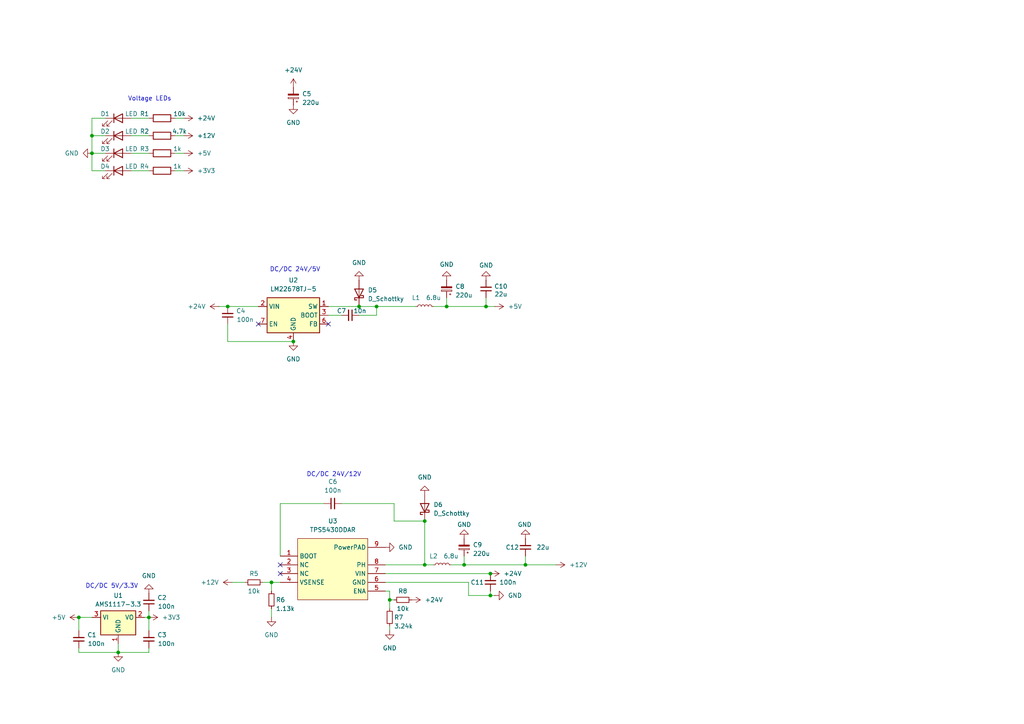
<source format=kicad_sch>
(kicad_sch (version 20250114) (generator "eeschema") (generator_version "9.0")
  (paper "A4")
  (lib_symbols
    (symbol "Device:C_Polarized_Small" (pin_numbers (hide yes)) (pin_names (offset 0.254) (hide yes))
      (property "Reference" "C" (at 0.254 1.778 0))
      (property "Value" "C_Polarized_Small" (at 0.254 -2.032 0))
      (symbol "C_Polarized_Small_0_1"
        (rectangle (start -1.524 0.6858) (end 1.524 0.3048))
        (rectangle (start -1.524 -0.3048) (end 1.524 -0.6858) (fill (type outline)))
        (polyline (pts (xy -1.27 1.524) (xy -0.762 1.524)))
        (polyline (pts (xy -1.016 1.27) (xy -1.016 1.778)))
      )
      (symbol "C_Polarized_Small_1_1"
        (pin passive line (at 0 2.54 270) (length 1.8542) (name "~") (number "1"))
        (pin passive line (at 0 -2.54 90) (length 1.8542) (name "~") (number "2"))
      )
    )
    (symbol "Device:C_Small" (pin_numbers (hide yes)) (pin_names (offset 0.254) (hide yes))
      (property "Reference" "C" (at 0.254 1.778 0))
      (property "Value" "C_Small" (at 0.254 -2.032 0))
      (symbol "C_Small_0_1"
        (polyline (pts (xy -1.524 0.508) (xy 1.524 0.508)) (stroke (width 0.3048)))
        (polyline (pts (xy -1.524 -0.508) (xy 1.524 -0.508)) (stroke (width 0.3302)))
      )
      (symbol "C_Small_1_1"
        (pin passive line (at 0 2.54 270) (length 2.032) (name "~") (number "1"))
        (pin passive line (at 0 -2.54 90) (length 2.032) (name "~") (number "2"))
      )
    )
    (symbol "Device:D_Schottky" (pin_numbers (hide yes)) (pin_names (offset 1.016) (hide yes))
      (property "Reference" "D" (at 0 2.54 0))
      (property "Value" "D_Schottky" (at 0 -2.54 0))
      (symbol "D_Schottky_0_1"
        (polyline (pts (xy -1.905 0.635) (xy -1.905 1.27) (xy -1.27 1.27) (xy -1.27 -1.27) (xy -0.635 -1.27) (xy -0.635 -0.635)) (stroke (width 0.254)))
        (polyline (pts (xy 1.27 1.27) (xy 1.27 -1.27) (xy -1.27 0) (xy 1.27 1.27)) (stroke (width 0.254)))
        (polyline (pts (xy 1.27 0) (xy -1.27 0)))
      )
      (symbol "D_Schottky_1_1"
        (pin passive line (at -3.81 0 0) (length 2.54) (name "K") (number "1"))
        (pin passive line (at 3.81 0 180) (length 2.54) (name "A") (number "2"))
      )
    )
    (symbol "Device:LED" (pin_numbers (hide yes)) (pin_names (offset 1.016) (hide yes))
      (property "Reference" "D" (at 0 2.54 0))
      (property "Value" "LED" (at 0 -2.54 0))
      (symbol "LED_0_1"
        (polyline (pts (xy -3.048 -0.762) (xy -4.572 -2.286) (xy -3.81 -2.286) (xy -4.572 -2.286) (xy -4.572 -1.524)))
        (polyline (pts (xy -1.778 -0.762) (xy -3.302 -2.286) (xy -2.54 -2.286) (xy -3.302 -2.286) (xy -3.302 -1.524)))
        (polyline (pts (xy -1.27 0) (xy 1.27 0)))
        (polyline (pts (xy -1.27 -1.27) (xy -1.27 1.27)) (stroke (width 0.254)))
        (polyline (pts (xy 1.27 -1.27) (xy 1.27 1.27) (xy -1.27 0) (xy 1.27 -1.27)) (stroke (width 0.254)))
      )
      (symbol "LED_1_1"
        (pin passive line (at -3.81 0 0) (length 2.54) (name "K") (number "1"))
        (pin passive line (at 3.81 0 180) (length 2.54) (name "A") (number "2"))
      )
    )
    (symbol "Device:L_Small" (pin_numbers (hide yes)) (pin_names (offset 0.254) (hide yes))
      (property "Reference" "L" (at 0.762 1.016 0))
      (property "Value" "L_Small" (at 0.762 -1.016 0))
      (symbol "L_Small_0_1"
        (arc (start 0 2.032) (mid 0.5058 1.524) (end 0 1.016))
        (arc (start 0 1.016) (mid 0.5058 0.508) (end 0 0))
        (arc (start 0 0) (mid 0.5058 -0.508) (end 0 -1.016))
        (arc (start 0 -1.016) (mid 0.5058 -1.524) (end 0 -2.032))
      )
      (symbol "L_Small_1_1"
        (pin passive line (at 0 2.54 270) (length 0.508) (name "~") (number "1"))
        (pin passive line (at 0 -2.54 90) (length 0.508) (name "~") (number "2"))
      )
    )
    (symbol "Device:R" (pin_numbers (hide yes)) (pin_names (offset 0))
      (property "Reference" "R" (at 2.032 0 90))
      (property "Value" "R" (at 0 0 90))
      (symbol "R_0_1"
        (rectangle (start -1.016 -2.54) (end 1.016 2.54) (stroke (width 0.254)))
      )
      (symbol "R_1_1"
        (pin passive line (at 0 3.81 270) (length 1.27) (name "~") (number "1"))
        (pin passive line (at 0 -3.81 90) (length 1.27) (name "~") (number "2"))
      )
    )
    (symbol "Device:R_Small" (pin_numbers (hide yes)) (pin_names (offset 0.254) (hide yes))
      (property "Reference" "R" (at 0.762 0.508 0))
      (property "Value" "R_Small" (at 0.762 -1.016 0))
      (symbol "R_Small_0_1"
        (rectangle (start -0.762 1.778) (end 0.762 -1.778) (stroke (width 0.2032)))
      )
      (symbol "R_Small_1_1"
        (pin passive line (at 0 2.54 270) (length 0.762) (name "~") (number "1"))
        (pin passive line (at 0 -2.54 90) (length 0.762) (name "~") (number "2"))
      )
    )
    (symbol "Regulator_Linear:AMS1117-3.3"
      (property "Reference" "U" (at -3.81 3.175 0))
      (property "Value" "AMS1117-3.3" (at 0 3.175 0))
      (symbol "AMS1117-3.3_0_1"
        (rectangle (start -5.08 -5.08) (end 5.08 1.905) (stroke (width 0.254)) (fill (type background)))
      )
      (symbol "AMS1117-3.3_1_1"
        (pin power_in line (at -7.62 0 0) (length 2.54) (name "VI") (number "3"))
        (pin power_in line (at 0 -7.62 90) (length 2.54) (name "GND") (number "1"))
        (pin power_out line (at 7.62 0 180) (length 2.54) (name "VO") (number "2"))
      )
    )
    (symbol "Regulator_Switching:LM22678TJ-5"
      (property "Reference" "U" (at -6.35 6.35 0))
      (property "Value" "LM22678TJ-5" (at 5.08 6.35 0))
      (symbol "LM22678TJ-5_0_1"
        (rectangle (start -7.62 5.08) (end 7.62 -5.08) (stroke (width 0.254)) (fill (type background)))
      )
      (symbol "LM22678TJ-5_1_1"
        (pin power_in line (at -10.16 2.54 0) (length 2.54) (name "VIN") (number "2"))
        (pin input line (at -10.16 -2.54 0) (length 2.54) (name "EN") (number "7"))
        (pin no_connect line (at -7.62 0 0) (length 2.54) (hide yes) (name "NC") (number "5"))
        (pin power_in line (at 0 -7.62 90) (length 2.54) (name "GND") (number "4"))
        (pin passive line (at 0 -7.62 90) (length 2.54) (hide yes) (name "GND") (number "8"))
        (pin power_out line (at 10.16 2.54 180) (length 2.54) (name "SW") (number "1"))
        (pin passive line (at 10.16 0 180) (length 2.54) (name "BOOT") (number "3"))
        (pin input line (at 10.16 -2.54 180) (length 2.54) (name "FB") (number "6"))
      )
    )
    (symbol "easyeda2kicad:TPS5430DDAR"
      (property "Reference" "U" (at 0 11.43 0))
      (property "Value" "TPS5430DDAR" (at 0 -11.43 0))
      (symbol "TPS5430DDAR_0_1"
        (rectangle (start -10.16 8.89) (end 10.16 -8.89) (fill (type background)))
        (pin unspecified line (at -15.24 3.81 0) (length 5.08) (name "BOOT") (number "1"))
        (pin unspecified line (at -15.24 1.27 0) (length 5.08) (name "NC") (number "2"))
        (pin unspecified line (at -15.24 -1.27 0) (length 5.08) (name "NC") (number "3"))
        (pin unspecified line (at -15.24 -3.81 0) (length 5.08) (name "VSENSE") (number "4"))
        (pin unspecified line (at 15.24 6.35 180) (length 5.08) (name "PowerPAD") (number "9"))
        (pin unspecified line (at 15.24 1.27 180) (length 5.08) (name "PH") (number "8"))
        (pin unspecified line (at 15.24 -1.27 180) (length 5.08) (name "VIN") (number "7"))
        (pin unspecified line (at 15.24 -3.81 180) (length 5.08) (name "GND") (number "6"))
        (pin unspecified line (at 15.24 -6.35 180) (length 5.08) (name "ENA") (number "5"))
      )
    )
    (symbol "power:+24V" (power) (pin_numbers (hide yes)) (pin_names (offset 0) (hide yes))
      (property "Value" "+24V" (at 0 3.556 0))
      (symbol "+24V_0_1"
        (polyline (pts (xy -0.762 1.27) (xy 0 2.54)))
        (polyline (pts (xy 0 2.54) (xy 0.762 1.27)))
        (polyline (pts (xy 0 0) (xy 0 2.54)))
      )
      (symbol "+24V_1_1"
        (pin power_in line (at 0 0 90) (length 0) (name "~") (number "1"))
      )
    )
    (symbol "power:+3V3" (power) (pin_numbers (hide yes)) (pin_names (offset 0) (hide yes))
      (property "Value" "+3V3" (at 0 3.556 0))
      (symbol "+3V3_0_1"
        (polyline (pts (xy -0.762 1.27) (xy 0 2.54)))
        (polyline (pts (xy 0 2.54) (xy 0.762 1.27)))
        (polyline (pts (xy 0 0) (xy 0 2.54)))
      )
      (symbol "+3V3_1_1"
        (pin power_in line (at 0 0 90) (length 0) (name "~") (number "1"))
      )
    )
    (symbol "power:+5V" (power) (pin_numbers (hide yes)) (pin_names (offset 0) (hide yes))
      (property "Value" "+5V" (at 0 3.556 0))
      (symbol "+5V_0_1"
        (polyline (pts (xy -0.762 1.27) (xy 0 2.54)))
        (polyline (pts (xy 0 2.54) (xy 0.762 1.27)))
        (polyline (pts (xy 0 0) (xy 0 2.54)))
      )
      (symbol "+5V_1_1"
        (pin power_in line (at 0 0 90) (length 0) (name "~") (number "1"))
      )
    )
    (symbol "power:GND" (power) (pin_numbers (hide yes)) (pin_names (offset 0) (hide yes))
      (property "Value" "GND" (at 0 -3.81 0))
      (symbol "GND_0_1"
        (polyline (pts (xy 0 0) (xy 0 -1.27) (xy 1.27 -1.27) (xy 0 -2.54) (xy -1.27 -1.27) (xy 0 -1.27)))
      )
      (symbol "GND_1_1"
        (pin power_in line (at 0 0 270) (length 0) (name "~") (number "1"))
      )
    )
  )
  (text "DC/DC 24V/5V" (at 78.232 78.994 0) (effects (font (size 1.27 1.27)) (justify left bottom)))
  (text "Voltage LEDs" (at 37.084 29.464 0) (effects (font (size 1.27 1.27)) (justify left bottom)))
  (text "DC/DC 5V/3.3V" (at 24.765 170.815 0) (effects (font (size 1.27 1.27)) (justify left bottom)))
  (text "DC/DC 24V/12V" (at 88.9 138.43 0) (effects (font (size 1.27 1.27)) (justify left bottom)))
  (junction (at 22.86 179.07))
  (junction (at 142.24 172.72))
  (junction (at 123.19 151.13))
  (junction (at 26.67 39.37))
  (junction (at 66.04 88.9))
  (junction (at 34.29 189.23))
  (junction (at 129.54 88.9))
  (junction (at 85.09 99.06))
  (junction (at 104.14 88.9))
  (junction (at 134.62 163.83))
  (junction (at 109.22 88.9))
  (junction (at 142.24 166.37))
  (junction (at 78.74 168.91))
  (junction (at 140.97 88.9))
  (junction (at 26.67 44.45))
  (junction (at 43.18 179.07))
  (junction (at 123.19 163.83))
  (junction (at 152.4 163.83))
  (junction (at 113.03 173.99))
  (no_connect (at 81.28 163.83))
  (no_connect (at 74.93 93.98))
  (no_connect (at 95.25 93.98))
  (no_connect (at 81.28 166.37))
  (wire (pts (xy 53.34 34.29) (xy 50.8 34.29)))
  (wire (pts (xy 111.76 171.45) (xy 113.03 171.45)))
  (wire (pts (xy 78.74 176.53) (xy 78.74 179.07)))
  (wire (pts (xy 123.19 163.83) (xy 125.73 163.83)))
  (wire (pts (xy 67.31 168.91) (xy 71.12 168.91)))
  (wire (pts (xy 129.54 86.36) (xy 129.54 88.9)))
  (wire (pts (xy 26.67 49.53) (xy 30.48 49.53)))
  (wire (pts (xy 134.62 161.29) (xy 134.62 163.83)))
  (wire (pts (xy 123.19 151.13) (xy 123.19 163.83)))
  (wire (pts (xy 38.1 44.45) (xy 43.18 44.45)))
  (wire (pts (xy 26.67 34.29) (xy 26.67 39.37)))
  (wire (pts (xy 129.54 88.9) (xy 125.73 88.9)))
  (wire (pts (xy 38.1 39.37) (xy 43.18 39.37)))
  (wire (pts (xy 78.74 168.91) (xy 78.74 171.45)))
  (wire (pts (xy 140.97 86.36) (xy 140.97 88.9)))
  (wire (pts (xy 22.86 179.07) (xy 26.67 179.07)))
  (wire (pts (xy 95.25 88.9) (xy 104.14 88.9)))
  (wire (pts (xy 130.81 163.83) (xy 134.62 163.83)))
  (wire (pts (xy 50.8 49.53) (xy 53.34 49.53)))
  (wire (pts (xy 123.19 163.83) (xy 111.76 163.83)))
  (wire (pts (xy 78.74 168.91) (xy 81.28 168.91)))
  (wire (pts (xy 66.04 93.98) (xy 66.04 99.06)))
  (wire (pts (xy 22.86 189.23) (xy 34.29 189.23)))
  (wire (pts (xy 22.86 187.96) (xy 22.86 189.23)))
  (wire (pts (xy 143.51 88.9) (xy 140.97 88.9)))
  (wire (pts (xy 113.03 173.99) (xy 114.3 173.99)))
  (wire (pts (xy 135.89 172.72) (xy 142.24 172.72)))
  (wire (pts (xy 66.04 99.06) (xy 85.09 99.06)))
  (wire (pts (xy 95.25 91.44) (xy 99.06 91.44)))
  (wire (pts (xy 22.86 179.07) (xy 22.86 182.88)))
  (wire (pts (xy 152.4 163.83) (xy 161.29 163.83)))
  (wire (pts (xy 30.48 34.29) (xy 26.67 34.29)))
  (wire (pts (xy 109.22 88.9) (xy 120.65 88.9)))
  (wire (pts (xy 26.67 39.37) (xy 26.67 44.45)))
  (wire (pts (xy 111.76 166.37) (xy 142.24 166.37)))
  (wire (pts (xy 26.67 44.45) (xy 26.67 49.53)))
  (wire (pts (xy 114.3 146.05) (xy 114.3 151.13)))
  (wire (pts (xy 43.18 182.88) (xy 43.18 179.07)))
  (wire (pts (xy 66.04 88.9) (xy 74.93 88.9)))
  (wire (pts (xy 81.28 146.05) (xy 93.98 146.05)))
  (wire (pts (xy 104.14 91.44) (xy 109.22 91.44)))
  (wire (pts (xy 63.5 88.9) (xy 66.04 88.9)))
  (wire (pts (xy 76.2 168.91) (xy 78.74 168.91)))
  (wire (pts (xy 135.89 168.91) (xy 135.89 172.72)))
  (wire (pts (xy 38.1 49.53) (xy 43.18 49.53)))
  (wire (pts (xy 134.62 163.83) (xy 152.4 163.83)))
  (wire (pts (xy 111.76 168.91) (xy 135.89 168.91)))
  (wire (pts (xy 26.67 44.45) (xy 30.48 44.45)))
  (wire (pts (xy 152.4 161.29) (xy 152.4 163.83)))
  (wire (pts (xy 34.29 186.69) (xy 34.29 189.23)))
  (wire (pts (xy 104.14 88.9) (xy 109.22 88.9)))
  (wire (pts (xy 99.06 146.05) (xy 114.3 146.05)))
  (wire (pts (xy 142.24 171.45) (xy 142.24 172.72)))
  (wire (pts (xy 142.24 172.72) (xy 143.51 172.72)))
  (wire (pts (xy 113.03 171.45) (xy 113.03 173.99)))
  (wire (pts (xy 38.1 34.29) (xy 43.18 34.29)))
  (wire (pts (xy 30.48 39.37) (xy 26.67 39.37)))
  (wire (pts (xy 34.29 189.23) (xy 43.18 189.23)))
  (wire (pts (xy 53.34 44.45) (xy 50.8 44.45)))
  (wire (pts (xy 43.18 189.23) (xy 43.18 187.96)))
  (wire (pts (xy 114.3 151.13) (xy 123.19 151.13)))
  (wire (pts (xy 53.34 39.37) (xy 50.8 39.37)))
  (wire (pts (xy 81.28 161.29) (xy 81.28 146.05)))
  (wire (pts (xy 43.18 177.165) (xy 43.18 179.07)))
  (wire (pts (xy 109.22 91.44) (xy 109.22 88.9)))
  (wire (pts (xy 113.03 181.61) (xy 113.03 182.88)))
  (wire (pts (xy 113.03 173.99) (xy 113.03 176.53)))
  (wire (pts (xy 140.97 88.9) (xy 129.54 88.9)))
  (wire (pts (xy 43.18 179.07) (xy 41.91 179.07)))
  (symbol (lib_id "power:+5V") (at 143.51 88.9 270) (unit 1)
    (property "Reference" "#PWR025" (effects (hide yes)))
    (property "Value" "+5V" (at 147.32 88.8999 90) (effects (justify left)))
    (property "Description" "Power symbol creates a global label with name \"+5V\"" (effects (hide yes)))
  )
  (symbol (lib_id "Device:C_Small") (at 96.52 146.05 90) (unit 1)
    (property "Reference" "C6" (at 96.5263 139.7 90))
    (property "Value" "100n" (at 96.5263 142.24 90))
    (property "Footprint" "Capacitor_SMD:C_0402_1005Metric" (effects (hide yes)))
    (property "Description" "Unpolarized capacitor, small symbol" (effects (hide yes)))
  )
  (symbol (lib_id "Device:R_Small") (at 113.03 179.07 0) (unit 1)
    (property "Reference" "R7" (at 114.3 179.07 0) (effects (justify left)))
    (property "Value" "3.24k" (at 114.3 181.61 0) (effects (justify left)))
    (property "Footprint" "Resistor_SMD:R_0402_1005Metric" (effects (hide yes)))
    (property "Description" "Resistor, small symbol" (effects (hide yes)))
  )
  (symbol (lib_id "Device:C_Small") (at 140.97 83.82 180) (unit 1)
    (property "Reference" "C10" (at 145.288 83.058 0))
    (property "Value" "22u" (at 145.288 85.344 0))
    (property "Footprint" "Capacitor_SMD:C_0402_1005Metric" (effects (hide yes)))
    (property "Description" "Unpolarized capacitor, small symbol" (effects (hide yes)))
  )
  (symbol (lib_id "power:GND") (at 26.67 44.45 270) (unit 1)
    (property "Reference" "#PWR02" (effects (hide yes)))
    (property "Value" "GND" (at 22.86 44.45 90) (effects (justify right)))
    (property "Description" "Power symbol creates a global label with name \"GND\" , ground" (effects (hide yes)))
  )
  (symbol (lib_id "power:GND") (at 43.18 172.085 180) (unit 1)
    (property "Reference" "#PWR04" (effects (hide yes)))
    (property "Value" "GND" (at 43.18 167.005 0))
    (property "Description" "Power symbol creates a global label with name \"GND\" , ground" (effects (hide yes)))
  )
  (symbol (lib_id "Device:C_Small") (at 43.18 185.42 180) (unit 1)
    (property "Reference" "C3" (at 46.99 184.15 0))
    (property "Value" "100n" (at 48.26 186.69 0))
    (property "Footprint" "Capacitor_SMD:C_0402_1005Metric" (effects (hide yes)))
    (property "Description" "Unpolarized capacitor, small symbol" (effects (hide yes)))
  )
  (symbol (lib_id "Device:R_Small") (at 116.84 173.99 90) (unit 1)
    (property "Reference" "R8" (at 116.84 171.45 90))
    (property "Value" "10k" (at 116.84 176.53 90))
    (property "Footprint" "Resistor_SMD:R_0402_1005Metric" (effects (hide yes)))
    (property "Description" "Resistor, small symbol" (effects (hide yes)))
  )
  (symbol (lib_id "easyeda2kicad:TPS5430DDAR") (at 96.52 165.1 0) (unit 1)
    (property "Reference" "U3" (at 96.52 151.13 0))
    (property "Value" "TPS5430DDAR" (at 96.52 153.67 0))
    (property "Footprint" "Package_SO:Texas_HSOP-8-1EP_3.9x4.9mm_P1.27mm_ThermalVias" (effects (hide yes)))
    (property "Datasheet" "https://lcsc.com/product-detail/DC-DC-Converters_TI_TPS5430DDAR_TPS5430DDAR_C9864.html" (effects (hide yes)))
    (property "LCSC Part" "C9864" (effects (hide yes)))
  )
  (symbol (lib_id "power:GND") (at 104.14 81.28 180) (unit 1)
    (property "Reference" "#PWR016" (effects (hide yes)))
    (property "Value" "GND" (at 104.14 76.2 0))
    (property "Description" "Power symbol creates a global label with name \"GND\" , ground" (effects (hide yes)))
  )
  (symbol (lib_id "power:GND") (at 78.74 179.07 0) (unit 1)
    (property "Reference" "#PWR012" (effects (hide yes)))
    (property "Value" "GND" (at 78.74 184.15 0))
    (property "Description" "Power symbol creates a global label with name \"GND\" , ground" (effects (hide yes)))
  )
  (symbol (lib_id "Regulator_Switching:LM22678TJ-5") (at 85.09 91.44 0) (unit 1)
    (property "Reference" "U2" (at 85.09 81.28 0))
    (property "Value" "LM22678TJ-5" (at 85.09 83.82 0))
    (property "Footprint" "Package_TO_SOT_SMD:TO-263-7_TabPin8" (effects (hide yes)))
    (property "Datasheet" "https://www.ti.com/lit/ds/symlink/lm22678.pdf" (effects (hide yes)))
    (property "Description" "5A Step-Down Switching Voltage Regulater, 4.5-42V Input, 5V Output, 500kHz Switching Frequency, TO-263" (effects (hide yes)))
    (property "LCSC_ID" "C527397" (effects (hide yes)))
  )
  (symbol (lib_id "power:+24V") (at 119.38 173.99 270) (unit 1)
    (property "Reference" "#PWR019" (effects (hide yes)))
    (property "Value" "+24V" (at 123.19 173.9899 90) (effects (justify left)))
    (property "Description" "Power symbol creates a global label with name \"+24V\"" (effects (hide yes)))
  )
  (symbol (lib_id "power:+5V") (at 22.86 179.07 90) (unit 1)
    (property "Reference" "#PWR01" (effects (hide yes)))
    (property "Value" "+5V" (at 19.05 179.07 90) (effects (justify left)))
    (property "Description" "Power symbol creates a global label with name \"+5V\"" (effects (hide yes)))
  )
  (symbol (lib_id "power:+24V") (at 85.09 25.4 0) (unit 1)
    (property "Reference" "#PWR013" (effects (hide yes)))
    (property "Value" "+24V" (at 85.09 20.32 0))
    (property "Description" "Power symbol creates a global label with name \"+24V\"" (effects (hide yes)))
  )
  (symbol (lib_id "Device:LED") (at 34.29 39.37 0) (unit 1)
    (property "Reference" "D2" (at 30.48 38.1 0))
    (property "Value" "LED" (at 38.1 38.1 0))
    (property "Footprint" "LED_SMD:LED_0603_1608Metric" (effects (hide yes)))
    (property "Description" "Light emitting diode" (effects (hide yes)))
  )
  (symbol (lib_id "power:GND") (at 34.29 189.23 0) (unit 1)
    (property "Reference" "#PWR03" (effects (hide yes)))
    (property "Value" "GND" (at 34.29 194.31 0))
    (property "Description" "Power symbol creates a global label with name \"GND\" , ground" (effects (hide yes)))
  )
  (symbol (lib_id "Device:C_Small") (at 66.04 91.44 180) (unit 1)
    (property "Reference" "C4" (at 69.85 90.17 0))
    (property "Value" "100n" (at 71.12 92.71 0))
    (property "Footprint" "Capacitor_SMD:C_0402_1005Metric" (effects (hide yes)))
    (property "Description" "Unpolarized capacitor, small symbol" (effects (hide yes)))
  )
  (symbol (lib_id "power:GND") (at 85.09 99.06 0) (unit 1)
    (property "Reference" "#PWR015" (effects (hide yes)))
    (property "Value" "GND" (at 85.09 104.14 0))
    (property "Description" "Power symbol creates a global label with name \"GND\" , ground" (effects (hide yes)))
  )
  (symbol (lib_id "Device:C_Small") (at 43.18 174.625 180) (unit 1)
    (property "Reference" "C2" (at 46.99 173.355 0))
    (property "Value" "100n" (at 48.26 175.895 0))
    (property "Footprint" "Capacitor_SMD:C_0402_1005Metric" (effects (hide yes)))
    (property "Description" "Unpolarized capacitor, small symbol" (effects (hide yes)))
  )
  (symbol (lib_id "Device:R") (at 46.99 39.37 90) (unit 1)
    (property "Reference" "R2" (at 41.91 38.1 90))
    (property "Value" "4.7k" (at 52.07 38.1 90))
    (property "Footprint" "Resistor_SMD:R_0402_1005Metric" (effects (hide yes)))
    (property "Description" "Resistor" (effects (hide yes)))
  )
  (symbol (lib_id "power:+3V3") (at 43.18 179.07 270) (unit 1)
    (property "Reference" "#PWR05" (effects (hide yes)))
    (property "Value" "+3V3" (at 46.99 179.07 90) (effects (justify left)))
    (property "Description" "Power symbol creates a global label with name \"+3V3\"" (effects (hide yes)))
  )
  (symbol (lib_id "power:GND") (at 129.54 81.28 180) (unit 1)
    (property "Reference" "#PWR021" (effects (hide yes)))
    (property "Value" "GND" (at 127.508 76.708 0) (effects (justify right)))
    (property "Description" "Power symbol creates a global label with name \"GND\" , ground" (effects (hide yes)))
  )
  (symbol (lib_id "Device:L_Small") (at 128.27 163.83 90) (unit 1)
    (property "Reference" "L2" (at 125.73 161.29 90))
    (property "Value" "6.8u" (at 130.81 161.29 90))
    (property "Footprint" "Inductor_SMD:L_Changjiang_FXL0630" (effects (hide yes)))
    (property "Description" "Inductor, small symbol" (effects (hide yes)))
    (property "LCSC_ID" "C167221" (effects (hide yes)))
  )
  (symbol (lib_id "Device:L_Small") (at 123.19 88.9 90) (unit 1)
    (property "Reference" "L1" (at 120.65 86.36 90))
    (property "Value" "6.8u" (at 125.73 86.36 90))
    (property "Footprint" "Inductor_SMD:L_Changjiang_FXL0630" (effects (hide yes)))
    (property "Description" "Inductor, small symbol" (effects (hide yes)))
    (property "LCSC_ID" "C167221" (effects (hide yes)))
  )
  (symbol (lib_id "power:GND") (at 140.97 81.28 180) (unit 1)
    (property "Reference" "#PWR023" (effects (hide yes)))
    (property "Value" "GND" (at 138.938 76.962 0) (effects (justify right)))
    (property "Description" "Power symbol creates a global label with name \"GND\" , ground" (effects (hide yes)))
  )
  (symbol (lib_id "Device:R_Small") (at 73.66 168.91 90) (unit 1)
    (property "Reference" "R5" (at 73.66 166.37 90))
    (property "Value" "10k" (at 73.66 171.45 90))
    (property "Footprint" "Resistor_SMD:R_0402_1005Metric" (effects (hide yes)))
    (property "Description" "Resistor, small symbol" (effects (hide yes)))
  )
  (symbol (lib_id "Device:LED") (at 34.29 34.29 0) (unit 1)
    (property "Reference" "D1" (at 30.48 33.02 0))
    (property "Value" "LED" (at 38.1 33.02 0))
    (property "Footprint" "LED_SMD:LED_0603_1608Metric" (effects (hide yes)))
    (property "Description" "Light emitting diode" (effects (hide yes)))
  )
  (symbol (lib_id "Device:C_Small") (at 101.6 91.44 270) (unit 1)
    (property "Reference" "C7" (at 99.06 90.17 90))
    (property "Value" "10n" (at 104.394 90.17 90))
    (property "Footprint" "Capacitor_SMD:C_0402_1005Metric" (effects (hide yes)))
    (property "Description" "Unpolarized capacitor, small symbol" (effects (hide yes)))
  )
  (symbol (lib_id "Device:LED") (at 34.29 49.53 0) (unit 1)
    (property "Reference" "D4" (at 30.48 48.26 0))
    (property "Value" "LED" (at 38.1 48.26 0))
    (property "Footprint" "LED_SMD:LED_0603_1608Metric" (effects (hide yes)))
    (property "Description" "Light emitting diode" (effects (hide yes)))
  )
  (symbol (lib_id "Device:LED") (at 34.29 44.45 0) (unit 1)
    (property "Reference" "D3" (at 30.48 43.18 0))
    (property "Value" "LED" (at 38.1 43.18 0))
    (property "Footprint" "LED_SMD:LED_0603_1608Metric" (effects (hide yes)))
    (property "Description" "Light emitting diode" (effects (hide yes)))
  )
  (symbol (lib_id "Device:C_Small") (at 22.86 185.42 180) (unit 1)
    (property "Reference" "C1" (at 26.67 184.15 0))
    (property "Value" "100n" (at 27.94 186.69 0))
    (property "Footprint" "Capacitor_SMD:C_0402_1005Metric" (effects (hide yes)))
    (property "Description" "Unpolarized capacitor, small symbol" (effects (hide yes)))
  )
  (symbol (lib_id "Device:D_Schottky") (at 104.14 85.09 90) (unit 1)
    (property "Reference" "D5" (at 106.68 84.1374 90) (effects (justify right)))
    (property "Value" "D_Schottky" (at 106.68 86.6774 90) (effects (justify right)))
    (property "Footprint" "Diode_SMD:D_SMA" (effects (hide yes)))
    (property "Description" "Schottky diode" (effects (hide yes)))
  )
  (symbol (lib_id "power:GND") (at 85.09 30.48 0) (unit 1)
    (property "Reference" "#PWR014" (effects (hide yes)))
    (property "Value" "GND" (at 85.09 35.56 0))
    (property "Description" "Power symbol creates a global label with name \"GND\" , ground" (effects (hide yes)))
  )
  (symbol (lib_id "Device:R") (at 46.99 34.29 90) (unit 1)
    (property "Reference" "R1" (at 41.91 33.02 90))
    (property "Value" "10k" (at 52.07 33.02 90))
    (property "Footprint" "Resistor_SMD:R_0402_1005Metric" (effects (hide yes)))
    (property "Description" "Resistor" (effects (hide yes)))
  )
  (symbol (lib_id "power:GND") (at 123.19 143.51 180) (unit 1)
    (property "Reference" "#PWR020" (effects (hide yes)))
    (property "Value" "GND" (at 123.19 138.43 0))
    (property "Description" "Power symbol creates a global label with name \"GND\" , ground" (effects (hide yes)))
  )
  (symbol (lib_id "power:+5V") (at 67.31 168.91 90) (unit 1)
    (property "Reference" "#PWR011" (effects (hide yes)))
    (property "Value" "+12V" (at 63.5 168.9099 90) (effects (justify left)))
    (property "Description" "Power symbol creates a global label with name \"+5V\"" (effects (hide yes)))
  )
  (symbol (lib_id "Device:C_Polarized_Small") (at 134.62 158.75 180) (unit 1)
    (property "Reference" "C9" (at 137.16 158.0261 0) (effects (justify right)))
    (property "Value" "220u" (at 137.16 160.5661 0) (effects (justify right)))
    (property "Footprint" "Capacitor_SMD:CP_Elec_6.3x5.8" (effects (hide yes)))
    (property "Description" "Polarized capacitor, small symbol" (effects (hide yes)))
  )
  (symbol (lib_id "Device:C_Small") (at 142.24 168.91 180) (unit 1)
    (property "Reference" "C11" (at 138.43 168.91 0))
    (property "Value" "100n" (at 147.32 168.91 0))
    (property "Footprint" "Capacitor_SMD:C_0402_1005Metric" (effects (hide yes)))
    (property "Description" "Unpolarized capacitor, small symbol" (effects (hide yes)))
  )
  (symbol (lib_id "power:+24V") (at 63.5 88.9 90) (unit 1)
    (property "Reference" "#PWR010" (effects (hide yes)))
    (property "Value" "+24V" (at 59.69 88.8999 90) (effects (justify left)))
    (property "Description" "Power symbol creates a global label with name \"+24V\"" (effects (hide yes)))
  )
  (symbol (lib_id "power:+24V") (at 142.24 166.37 270) (unit 1)
    (property "Reference" "#PWR024" (effects (hide yes)))
    (property "Value" "+24V" (at 146.05 166.3699 90) (effects (justify left)))
    (property "Description" "Power symbol creates a global label with name \"+24V\"" (effects (hide yes)))
  )
  (symbol (lib_id "power:GND") (at 143.51 172.72 90) (unit 1)
    (property "Reference" "#PWR026" (effects (hide yes)))
    (property "Value" "GND" (at 147.32 172.72 90) (effects (justify right)))
    (property "Description" "Power symbol creates a global label with name \"GND\" , ground" (effects (hide yes)))
  )
  (symbol (lib_id "Device:C_Polarized_Small") (at 85.09 27.94 180) (unit 1)
    (property "Reference" "C5" (at 87.63 27.2161 0) (effects (justify right)))
    (property "Value" "220u" (at 87.63 29.7561 0) (effects (justify right)))
    (property "Footprint" "Capacitor_SMD:CP_Elec_6.3x5.8" (effects (hide yes)))
    (property "Description" "Polarized capacitor, small symbol" (effects (hide yes)))
  )
  (symbol (lib_id "Device:D_Schottky") (at 123.19 147.32 90) (unit 1)
    (property "Reference" "D6" (at 125.73 146.3675 90) (effects (justify right)))
    (property "Value" "D_Schottky" (at 125.73 148.9075 90) (effects (justify right)))
    (property "Footprint" "Diode_SMD:D_SMA" (effects (hide yes)))
    (property "Description" "Schottky diode" (effects (hide yes)))
  )
  (symbol (lib_id "Regulator_Linear:AMS1117-3.3") (at 34.29 179.07 0) (unit 1)
    (property "Reference" "U1" (at 34.29 172.72 0))
    (property "Value" "AMS1117-3.3" (at 34.29 175.26 0))
    (property "Footprint" "Package_TO_SOT_SMD:SOT-223-3_TabPin2" (effects (hide yes)))
    (property "Datasheet" "http://www.advanced-monolithic.com/pdf/ds1117.pdf" (effects (hide yes)))
    (property "Description" "1A Low Dropout regulator, positive, 3.3V fixed output, SOT-223" (effects (hide yes)))
  )
  (symbol (lib_id "power:GND") (at 152.4 156.21 180) (unit 1)
    (property "Reference" "#PWR027" (effects (hide yes)))
    (property "Value" "GND" (at 150.114 152.146 0) (effects (justify right)))
    (property "Description" "Power symbol creates a global label with name \"GND\" , ground" (effects (hide yes)))
  )
  (symbol (lib_id "power:+5V") (at 161.29 163.83 270) (unit 1)
    (property "Reference" "#PWR028" (effects (hide yes)))
    (property "Value" "+12V" (at 165.1 163.8299 90) (effects (justify left)))
    (property "Description" "Power symbol creates a global label with name \"+5V\"" (effects (hide yes)))
  )
  (symbol (lib_id "power:GND") (at 113.03 182.88 0) (unit 1)
    (property "Reference" "#PWR018" (effects (hide yes)))
    (property "Value" "GND" (at 113.03 187.96 0))
    (property "Description" "Power symbol creates a global label with name \"GND\" , ground" (effects (hide yes)))
  )
  (symbol (lib_id "Device:C_Small") (at 152.4 158.75 180) (unit 1)
    (property "Reference" "C12" (at 148.59 158.75 0))
    (property "Value" "22u" (at 157.48 158.75 0))
    (property "Footprint" "Capacitor_SMD:C_0402_1005Metric" (effects (hide yes)))
    (property "Description" "Unpolarized capacitor, small symbol" (effects (hide yes)))
  )
  (symbol (lib_id "Device:R") (at 46.99 44.45 90) (unit 1)
    (property "Reference" "R3" (at 41.91 43.18 90))
    (property "Value" "1k" (at 51.435 43.18 90))
    (property "Footprint" "Resistor_SMD:R_0402_1005Metric" (effects (hide yes)))
    (property "Description" "Resistor" (effects (hide yes)))
  )
  (symbol (lib_id "Device:R") (at 46.99 49.53 90) (unit 1)
    (property "Reference" "R4" (at 41.91 48.26 90))
    (property "Value" "1k" (at 51.435 48.26 90))
    (property "Footprint" "Resistor_SMD:R_0402_1005Metric" (effects (hide yes)))
    (property "Description" "Resistor" (effects (hide yes)))
  )
  (symbol (lib_id "power:+24V") (at 53.34 39.37 270) (unit 1)
    (property "Reference" "#PWR07" (effects (hide yes)))
    (property "Value" "+12V" (at 57.15 39.3699 90) (effects (justify left)))
    (property "Description" "Power symbol creates a global label with name \"+24V\"" (effects (hide yes)))
  )
  (symbol (lib_id "power:+3V3") (at 53.34 49.53 270) (unit 1)
    (property "Reference" "#PWR09" (effects (hide yes)))
    (property "Value" "+3V3" (at 57.15 49.53 90) (effects (justify left)))
    (property "Description" "Power symbol creates a global label with name \"+3V3\"" (effects (hide yes)))
  )
  (symbol (lib_id "power:GND") (at 134.62 156.21 180) (unit 1)
    (property "Reference" "#PWR022" (effects (hide yes)))
    (property "Value" "GND" (at 132.588 152.146 0) (effects (justify right)))
    (property "Description" "Power symbol creates a global label with name \"GND\" , ground" (effects (hide yes)))
  )
  (symbol (lib_id "power:GND") (at 111.76 158.75 90) (unit 1)
    (property "Reference" "#PWR017" (effects (hide yes)))
    (property "Value" "GND" (at 115.57 158.75 90) (effects (justify right)))
    (property "Description" "Power symbol creates a global label with name \"GND\" , ground" (effects (hide yes)))
  )
  (symbol (lib_id "power:+5V") (at 53.34 44.45 270) (unit 1)
    (property "Reference" "#PWR08" (effects (hide yes)))
    (property "Value" "+5V" (at 57.15 44.45 90) (effects (justify left)))
    (property "Description" "Power symbol creates a global label with name \"+5V\"" (effects (hide yes)))
  )
  (symbol (lib_id "Device:C_Polarized_Small") (at 129.54 83.82 180) (unit 1)
    (property "Reference" "C8" (at 132.08 83.0961 0) (effects (justify right)))
    (property "Value" "220u" (at 132.08 85.6361 0) (effects (justify right)))
    (property "Footprint" "Capacitor_SMD:CP_Elec_6.3x5.8" (effects (hide yes)))
    (property "Description" "Polarized capacitor, small symbol" (effects (hide yes)))
  )
  (symbol (lib_id "Device:R_Small") (at 78.74 173.99 0) (unit 1)
    (property "Reference" "R6" (at 80.01 173.99 0) (effects (justify left)))
    (property "Value" "1.13k" (at 80.01 176.53 0) (effects (justify left)))
    (property "Footprint" "Resistor_SMD:R_0402_1005Metric" (effects (hide yes)))
    (property "Description" "Resistor, small symbol" (effects (hide yes)))
  )
  (symbol (lib_id "power:+24V") (at 53.34 34.29 270) (unit 1)
    (property "Reference" "#PWR06" (effects (hide yes)))
    (property "Value" "+24V" (at 57.15 34.2899 90) (effects (justify left)))
    (property "Description" "Power symbol creates a global label with name \"+24V\"" (effects (hide yes)))
  )
)
</source>
